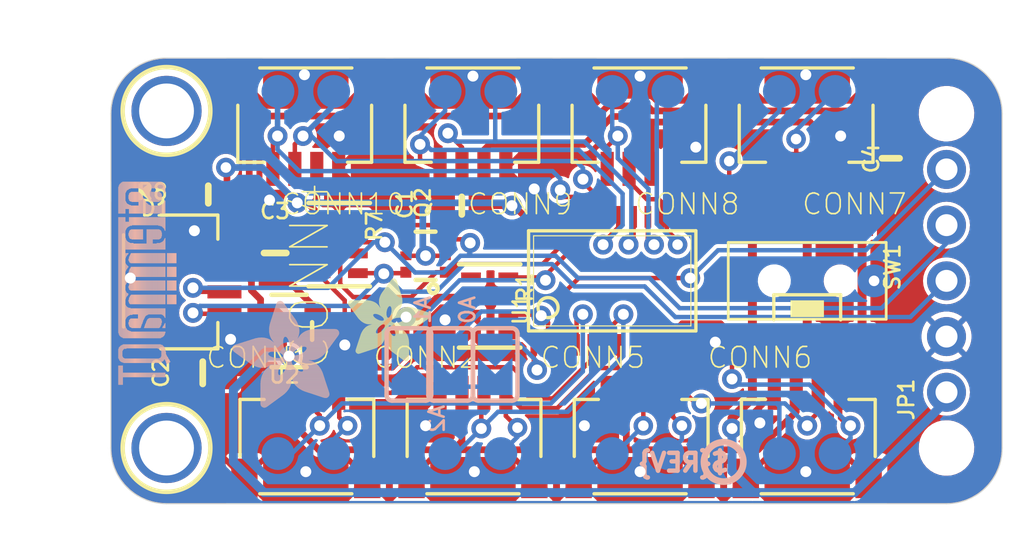
<source format=kicad_pcb>
(kicad_pcb (version 20221018) (generator pcbnew)
  (layers (0 "F.Cu" signal) (31 "B.Cu" signal) (34 "B.Paste" user) (35 "F.Paste" user) (36 "B.SilkS" user "B.Silkscreen") (37 "F.SilkS" user "F.Silkscreen") (38 "B.Mask" user) (39 "F.Mask" user) (44 "Edge.Cuts" user))
  (net 0 "")
  (net 1 "SDA_IO")
  (net 2 "SCL_IO")
  (net 3 "VCC")
  (net 4 "RESET")
  (net 5 "A2")
  (net 6 "A1")
  (net 7 "A0")
  (net 8 "GND")
  (net 9 "0SDA")
  (net 10 "0SCL")
  (net 11 "1SDA")
  (net 12 "1SCL")
  (net 13 "2SDA")
  (net 14 "2SCL")
  (net 15 "3SDA")
  (net 16 "3SCL")
  (net 17 "4SDA")
  (net 18 "4SCL")
  (net 19 "5SDA")
  (net 20 "5SCL")
  (net 21 "6SDA")
  (net 22 "6SCL")
  (net 23 "7SDA")
  (net 24 "7SCL")
  (net 25 "SDA")
  (net 26 "SCL")
  (net 27 "3.3V")
  (net 28 "N$1")
  (net 29 "VCCIO")
  (footprint "working:PLABEL14" (layer "F.Cu") (at 155.1051 109.5756)
    (fp_text reference "PLABEL14" hide)
    (fp_text value "" hide)
  )
  (footprint "" (layer "F.Cu") (at 166.2811 112.6236)
    (fp_text reference "@HOLE1" hide)
    (fp_text value "")
  )
  (footprint "working:PLABEL8" (layer "F.Cu") (at 139.7381 100.4316)
    (fp_text reference "PLABEL8" hide)
    (fp_text value "" hide)
  )
  (footprint "working:0603-NO" (layer "F.Cu") (at 144.1831 101.5746 180)
    (fp_text reference "C1")
    (fp_text value "1uF")
  )
  (footprint "working:PLABEL2" (layer "F.Cu") (at 167.9321 105.2576 90)
    (fp_text reference "PLABEL2" hide)
    (fp_text value "" hide)
  )
  (footprint "working:JST_SH4" (layer "F.Cu") (at 144.6911 97.8916 180)
    (fp_text reference "CONN9")
    (fp_text value "STEMMA_I2C_QT" hide)
  )
  (footprint "working:0603-NO" (layer "F.Cu") (at 132.6261 101.0666 180)
    (fp_text reference "R8")
    (fp_text value "10K")
  )
  (footprint "working:JST_SH4" (layer "F.Cu") (at 152.3111 97.8916 180)
    (fp_text reference "CONN8")
    (fp_text value "STEMMA_I2C_QT" hide)
  )
  (footprint "working:CHIPLED_0603_NOOUTLINE" (layer "F.Cu") (at 129.7051 100.9396 90)
    (fp_text reference "D1")
    (fp_text value "GREEN")
  )
  (footprint "working:PLABEL9" (layer "F.Cu") (at 142.2781 100.4316)
    (fp_text reference "PLABEL9" hide)
    (fp_text value "" hide)
  )
  (footprint "working:PLABEL19" (layer "F.Cu") (at 164.3761 105.0036 90)
    (fp_text reference "PLABEL19" hide)
    (fp_text value "" hide)
  )
  (footprint "working:PLABEL0" (layer "F.Cu") (at 167.9321 110.0836 90)
    (fp_text reference "PLABEL0" hide)
    (fp_text value "" hide)
  )
  (footprint "working:PLABEL10" (layer "F.Cu") (at 154.9781 100.4316)
    (fp_text reference "PLABEL10" hide)
    (fp_text value "" hide)
  )
  (footprint "working:PLABEL18" (layer "F.Cu") (at 155.4861 105.0036 90)
    (fp_text reference "PLABEL18" hide)
    (fp_text value "" hide)
  )
  (footprint "working:0805-NO" (layer "F.Cu") (at 132.3721 109.1946 180)
    (fp_text reference "C2")
    (fp_text value "10uF")
  )
  (footprint "working:JST_SH4" (layer "F.Cu") (at 159.9311 97.8916 180)
    (fp_text reference "CONN7")
    (fp_text value "STEMMA_I2C_QT" hide)
  )
  (footprint "working:PLABEL17" (layer "F.Cu") (at 161.2011 107.9246 90)
    (fp_text reference "PLABEL17" hide)
    (fp_text value "" hide)
  )
  (footprint "working:PLABEL6" (layer "F.Cu") (at 158.6611 102.0826 90)
    (fp_text reference "PLABEL6" hide)
    (fp_text value "" hide)
  )
  (footprint "working:JST_SH4" (layer "F.Cu") (at 131.3561 105.0036 -90)
    (fp_text reference "CONN4")
    (fp_text value "STEMMA_I2C_QT" hide)
  )
  (footprint "working:PLABEL16" (layer "F.Cu") (at 158.6611 107.8611 90)
    (fp_text reference "PLABEL16" hide)
    (fp_text value "" hide)
  )
  (footprint "working:PLABEL12" (layer "F.Cu") (at 139.7381 109.4486)
    (fp_text reference "PLABEL12" hide)
    (fp_text value "" hide)
  )
  (footprint "working:MOUNTINGHOLE_2.5_PLATED" (layer "F.Cu") (at 130.7211 97.2566)
    (fp_text reference "U$19" hide)
    (fp_text value "MOUNTINGHOLE2.5" hide)
  )
  (footprint "working:0603-NO" (layer "F.Cu") (at 163.7411 99.4156 90)
    (fp_text reference "C4")
    (fp_text value "0.1uF")
  )
  (footprint "working:JST_SH4" (layer "F.Cu") (at 152.3111 112.1156)
    (fp_text reference "CONN5")
    (fp_text value "STEMMA_I2C_QT" hide)
  )
  (footprint "working:FIDUCIAL_1MM" (layer "F.Cu") (at 164.3761 114.0206)
    (fp_text reference "FID4" hide)
    (fp_text value "FIDUCIAL_1MM" hide)
  )
  (footprint "working:JST_SH4" (layer "F.Cu") (at 159.9311 112.1156)
    (fp_text reference "CONN6")
    (fp_text value "STEMMA_I2C_QT" hide)
  )
  (footprint "working:PLABEL3" (layer "F.Cu") (at 167.9321 102.4636 90)
    (fp_text reference "PLABEL3" hide)
    (fp_text value "" hide)
  )
  (footprint "working:EG1390" (layer "F.Cu") (at 159.9311 105.0036 180)
    (fp_text reference "SW1")
    (fp_text value "AYZ0202AGRLC")
  )
  (footprint "working:SOT23-5" (layer "F.Cu") (at 136.3091 107.2896 -90)
    (fp_text reference "U2")
    (fp_text value "AP2112K-3.3")
  )
  (footprint "working:TSSOP24" (layer "F.Cu") (at 151.0411 105.0036)
    (fp_text reference "U1")
    (fp_text value "xCA9548APWR")
  )
  (footprint "working:MOUNTINGHOLE_2.5_PLATED" (layer "F.Cu") (at 130.7211 112.6236)
    (fp_text reference "U$22" hide)
    (fp_text value "MOUNTINGHOLE2.5" hide)
  )
  (footprint "working:PLABEL7" (layer "F.Cu") (at 161.2011 102.0826 90)
    (fp_text reference "PLABEL7" hide)
    (fp_text value "" hide)
  )
  (footprint "working:SOT363" (layer "F.Cu") (at 142.5321 103.8606 90)
    (fp_text reference "Q2")
    (fp_text value "BSS138")
  )
  (footprint "working:PLABEL15" (layer "F.Cu") (at 157.5181 109.5756)
    (fp_text reference "PLABEL15" hide)
    (fp_text value "" hide)
  )
  (footprint "working:JST_SH4" (layer "F.Cu") (at 137.0711 97.8916 180)
    (fp_text reference "CONN10")
    (fp_text value "STEMMA_I2C_QT" hide)
  )
  (footprint "working:JST_SH4" (layer "F.Cu") (at 144.6911 112.1156)
    (fp_text reference "CONN2")
    (fp_text value "STEMMA_I2C_QT" hide)
  )
  (footprint "working:PLABEL1" (layer "F.Cu") (at 168.0591 107.5436 90)
    (fp_text reference "PLABEL1" hide)
    (fp_text value "" hide)
  )
  (footprint "" (layer "F.Cu") (at 166.2811 97.3836)
    (fp_text reference "@HOLE0" hide)
    (fp_text value "")
  )
  (footprint "working:RESPACK_4X0603" (layer "F.Cu") (at 145.4531 106.1466 -90)
    (fp_text reference "R1")
    (fp_text value "10K Pack")
  )
  (footprint "working:RESPACK_4X0603" (layer "F.Cu") (at 138.5951 103.3526 -90)
    (fp_text reference "R7")
    (fp_text value "10K Pack")
  )
  (footprint "working:ADAFRUIT_3.5MM" (layer "F.Cu") (at 138.9761 108.6866)
    (fp_text reference "U$28" hide)
    (fp_text value "" hide)
  )
  (footprint "working:FIDUCIAL_1MM" (layer "F.Cu") (at 129.4511 109.5756)
    (fp_text reference "FID2" hide)
    (fp_text value "FIDUCIAL_1MM" hide)
  )
  (footprint "working:0805-NO" (layer "F.Cu") (at 135.6741 103.7336 90)
    (fp_text reference "C3")
    (fp_text value "10uF")
  )
  (footprint "working:PLABEL4" (layer "F.Cu") (at 167.9321 99.4156 90)
    (fp_text reference "PLABEL4" hide)
    (fp_text value "" hide)
  )
  (footprint "working:JST_SH4" (layer "F.Cu") (at 137.0711 112.1156)
    (fp_text reference "CONN1")
    (fp_text value "STEMMA_I2C_QT" hide)
  )
  (footprint "working:PLABEL11" (layer "F.Cu") (at 157.2641 100.4316)
    (fp_text reference "PLABEL11" hide)
    (fp_text value "" hide)
  )
  (footprint "working:PLABEL5" (layer "F.Cu") (at 128.3716 100.1776)
    (fp_text reference "PLABEL5" hide)
    (fp_text value "" hide)
  )
  (footprint "working:PLABEL13" (layer "F.Cu") (at 142.4051 109.4486)
    (fp_text reference "PLABEL13" hide)
    (fp_text value "" hide)
  )
  (footprint "working:1X05_ROUND_70" (layer "F.Cu") (at 166.2811 105.0036 90)
    (fp_text reference "JP1")
    (fp_text value "")
  )
  (footprint "working:TESTPOINT_ROUND_1.5MM_NO" (layer "B.Cu") (at 162.9791 105.0036 180)
    (fp_text reference "TP17" hide)
    (fp_text value "" hide)
  )
  (footprint "working:TESTPOINT_ROUND_1.5MM_NO" (layer "B.Cu") (at 161.2011 96.3676 180)
    (fp_text reference "TP7" hide)
    (fp_text value "" hide)
  )
  (footprint "working:PLABEL23" (layer "B.Cu") (at 156.1211 109.0676 180)
    (fp_text reference "PLABEL23" hide)
    (fp_text value "" hide)
  )
  (footprint "working:ADAFRUIT_5MM" (layer "B.Cu") (at 138.5951 110.7821 180)
    (fp_text reference "U$5" hide)
    (fp_text value "" hide)
  )
  (footprint "working:TESTPOINT_ROUND_1.5MM_NO" (layer "B.Cu") (at 153.5811 112.8776 90)
    (fp_text reference "TP11" hide)
    (fp_text value "" hide)
  )
  (footprint "working:PLABEL24" (layer "B.Cu") (at 148.4376 100.8126 180)
    (fp_text reference "PLABEL24" hide)
    (fp_text value "" hide)
  )
  (footprint "working:TESTPOINT_ROUND_1.5MM_NO" (layer "B.Cu") (at 143.4211 96.3676 180)
    (fp_text reference "TP3" hide)
    (fp_text value "" hide)
  )
  (footprint "working:TESTPOINT_ROUND_1.5MM_NO" (layer "B.Cu") (at 143.4211 112.8776 90)
    (fp_text reference "TP14" hide)
    (fp_text value "" hide)
  )
  (footprint "working:PLABEL21" (layer "B.Cu") (at 144.5006 106.9721 180)
    (fp_text reference "PLABEL21" hide)
    (fp_text value "" hide)
  )
  (footprint "working:TESTPOINT_ROUND_1.5MM_NO" (layer "B.Cu") (at 138.3411 96.3676 180)
    (fp_text reference "TP2" hide)
    (fp_text value "" hide)
  )
  (footprint "working:SOLDERJUMPER_ARROW_NOPASTE" (layer "B.Cu") (at 143.6751 108.8136 -90)
    (fp_text reference "A1")
    (fp_text value "")
  )
  (footprint "working:SOLDERJUMPER_ARROW_NOPASTE" (layer "B.Cu") (at 145.7071 108.8136 -90)
    (fp_text reference "A0")
    (fp_text value "")
  )
  (footprint "working:TESTPOINT_ROUND_1.5MM_NO" (layer "B.Cu") (at 138.3411 112.8776 90)
    (fp_text reference "TP15" hide)
    (fp_text value "" hide)
  )
  (footprint "working:TESTPOINT_ROUND_1.5MM_NO" (layer "B.Cu") (at 151.0411 112.8776 90)
    (fp_text reference "TP12" hide)
    (fp_text value "" hide)
  )
  (footprint "working:PCBFEAT-REV-040" (layer "B.Cu") (at 156.1211 113.2586 180)
    (fp_text reference "U$29" hide)
    (fp_text value "" hide)
  )
  (footprint "working:STEMMAQT" (layer "B.Cu") (at 131.1656 100.4951 -90)
    (fp_text reference "U$31" hide)
    (fp_text value "" hide)
  )
  (footprint "working:PLABEL20" (layer "B.Cu") (at 146.6596 106.9721 180)
    (fp_text reference "PLABEL20" hide)
    (fp_text value "" hide)
  )
  (footprint "working:TESTPOINT_ROUND_1.5MM_NO" (layer "B.Cu") (at 161.2011 112.8776 90)
    (fp_text reference "TP9" hide)
    (fp_text value "" hide)
  )
  (footprint "working:TESTPOINT_ROUND_1.5MM_NO" (layer "B.Cu") (at 145.9611 112.8776 90)
    (fp_text reference "TP13" hide)
    (fp_text value "" hide)
  )
  (footprint "working:PLABEL22" (layer "B.Cu") (at 142.6591 106.9721 180)
    (fp_text reference "PLABEL22" hide)
    (fp_text value "" hide)
  )
  (footprint "working:TESTPOINT_ROUND_1.5MM_NO" (layer "B.Cu") (at 145.9611 96.3676 180)
    (fp_text reference "TP4" hide)
    (fp_text value "" hide)
  )
  (footprint "working:SOLDERJUMPER_ARROW_NOPASTE" (layer "B.Cu") (at 141.7701 108.8136 90)
    (fp_text reference "A2")
    (fp_text value "")
  )
  (footprint "working:TESTPOINT_ROUND_1.5MM_NO" (layer "B.Cu") (at 151.0411 96.3676 180)
    (fp_text reference "TP5" hide)
    (fp_text value "" hide)
  )
  (footprint "working:TESTPOINT_ROUND_1.5MM_NO" (layer "B.Cu") (at 135.8011 112.8776 90)
    (fp_text reference "TP16" hide)
    (fp_text value "" hide)
  )
  (footprint "working:TESTPOINT_ROUND_1.5MM_NO" (layer "B.Cu") (at 158.6611 96.3676 180)
    (fp_text reference "TP8" hide)
    (fp_text value "" hide)
  )
  (footprint "working:TESTPOINT_ROUND_1.5MM_NO" (layer "B.Cu") (at 158.6611 112.8776 90)
    (fp_text reference "TP10" hide)
    (fp_text value "" hide)
  )
  (footprint "working:TESTPOINT_ROUND_1.5MM_NO" (layer "B.Cu") (at 153.5811 96.3676 180)
    (fp_text reference "TP6" hide)
    (fp_text value "" hide)
  )
  (footprint "working:TESTPOINT_ROUND_1.5MM_NO" (layer "B.Cu") (at 135.8011 96.3676 180)
    (fp_text reference "TP1" hide)
    (fp_text value "" hide)
  )
  (gr_line (start 128.1811 97.3836) (end 128.1811 112.6236) (stroke (width 0.05)) (layer "Edge.Cuts"))
  (gr_arc (start 128.1811 97.3836) (mid 128.925049 95.587549) (end 130.7211 94.8436) (stroke (width 0.05)) (layer "Edge.Cuts"))
  (gr_line (start 168.8211 112.6236) (end 168.8211 97.3836) (stroke (width 0.05)) (layer "Edge.Cuts"))
  (gr_line (start 166.2811 94.8436) (end 130.7211 94.8436) (stroke (width 0.05)) (layer "Edge.Cuts"))
  (gr_arc (start 130.7211 115.1636) (mid 128.925049 114.419651) (end 128.1811 112.6236) (stroke (width 0.05)) (layer "Edge.Cuts"))
  (gr_arc (start 168.8211 112.6236) (mid 168.077151 114.419651) (end 166.2811 115.1636) (stroke (width 0.05)) (layer "Edge.Cuts"))
  (gr_line (start 130.7211 115.1636) (end 166.2811 115.1636) (stroke (width 0.05)) (layer "Edge.Cuts"))
  (gr_arc (start 166.2811 94.8436) (mid 168.077151 95.587549) (end 168.8211 97.3836) (stroke (width 0.05)) (layer "Edge.Cuts"))
  (segment (start 148.1161 102.948994) (end 148.1161 102.0858) (width 0.2032) (layer "F.Cu") (net 1))
  (segment (start 141.5171 102.4636) (end 146.618706 102.4636) (width 0.2032) (layer "F.Cu") (net 1))
  (segment (start 141.1051 102.0526) (end 141.5166 102.4641) (width 0.2032) (layer "F.Cu") (net 1))
  (segment (start 139.4451 102.0526) (end 141.1051 102.0526) (width 0.2032) (layer "F.Cu") (net 1))
  (segment (start 147.1041 102.948994) (end 148.1161 102.948994) (width 0.2032) (layer "F.Cu") (net 1))
  (segment (start 141.6321 103.1106) (end 141.8976 102.8451) (width 0.2032) (layer "F.Cu") (net 1))
  (segment (start 141.5166 102.4641) (end 141.8976 102.8451) (width 0.2032) (layer "F.Cu") (net 1))
  (segment (start 141.5166 102.4641) (end 141.5171 102.4636) (width 0.2032) (layer "F.Cu") (net 1))
  (segment (start 146.618706 102.4636) (end 147.1041 102.948994) (width 0.2032) (layer "F.Cu") (net 1))
  (segment (start 147.8661 104.2416) (end 148.7661 103.3416) (width 0.2032) (layer "F.Cu") (net 2))
  (segment (start 143.4321 104.6106) (end 143.015993 104.6106) (width 0.2032) (layer "F.Cu") (net 2))
  (segment (start 143.4321 104.6106) (end 143.634993 104.6106) (width 0.2032) (layer "F.Cu") (net 2))
  (segment (start 139.228806 105.7412) (end 141.885393 105.7412) (width 0.2032) (layer "F.Cu") (net 2))
  (segment (start 144.003993 104.2416) (end 147.8661 104.2416) (width 0.2032) (layer "F.Cu") (net 2))
  (segment (start 138.6395 104.026307) (end 138.6395 105.151894) (width 0.2032) (layer "F.Cu") (net 2))
  (segment (start 138.6395 105.151894) (end 139.228806 105.7412) (width 0.2032) (layer "F.Cu") (net 2))
  (segment (start 143.015993 104.6106) (end 141.885393 105.7412) (width 0.2032) (layer "F.Cu") (net 2))
  (segment (start 144.003993 104.2416) (end 143.634993 104.6106) (width 0.2032) (layer "F.Cu") (net 2))
  (segment (start 139.4451 103.7526) (end 138.913206 103.7526) (width 0.2032) (layer "F.Cu") (net 2))
  (segment (start 148.7661 103.3416) (end 148.7661 102.0858) (width 0.2032) (layer "F.Cu") (net 2))
  (segment (start 138.913206 103.7526) (end 138.6395 104.026307) (width 0.2032) (layer "F.Cu") (net 2))
  (segment (start 136.0551 106.6546) (end 135.7401 106.3396) (width 0.3048) (layer "F.Cu") (net 3))
  (segment (start 157.4311 110.3436) (end 156.5021 111.2726) (width 0.4064) (layer "F.Cu") (net 3))
  (segment (start 135.009 108.2396) (end 134.054 109.1946) (width 0.3048) (layer "F.Cu") (net 3))
  (segment (start 137.7451 104.6526) (end 137.7451 104.796313) (width 0.2032) (layer "F.Cu") (net 3))
  (segment (start 135.9281 108.0516) (end 136.0551 107.9246) (width 0.3048) (layer "F.Cu") (net 3))
  (segment (start 133.3621 104.5036) (end 134.0939 104.5036) (width 0.3048) (layer "F.Cu") (net 3))
  (segment (start 136.8171 104.6526) (end 136.8171 103.3526) (width 0.2032) (layer "F.Cu") (net 3))
  (segment (start 136.3091 108.4326) (end 135.9281 108.0516) (width 0.4064) (layer "F.Cu") (net 3))
  (segment (start 135.009 105.855475) (end 135.009 106.3396) (width 0.3048) (layer "F.Cu") (net 3))
  (segment (start 138.4681 106.9086) (end 136.0551 106.9086) (width 0.2032) (layer "F.Cu") (net 3))
  (segment (start 156.5021 111.2726) (end 156.5021 111.7346) (width 0.4064) (layer "F.Cu") (net 3))
  (segment (start 134.5939 105.0036) (end 134.5939 105.440375) (width 0.3048) (layer "F.Cu") (net 3))
  (segment (start 157.4311 107.8036) (end 157.4311 110.3436) (width 0.4064) (layer "F.Cu") (net 3))
  (segment (start 137.7451 104.796313) (end 138.845243 105.896457) (width 0.2032) (layer "F.Cu") (net 3))
  (segment (start 134.054 109.1946) (end 133.3221 109.1946) (width 0.3048) (layer "F.Cu") (net 3))
  (segment (start 137.2171 102.9526) (end 137.7451 102.9526) (width 0.2032) (layer "F.Cu") (net 3))
  (segment (start 136.0551 106.9086) (end 136.0551 106.6546) (width 0.3048) (layer "F.Cu") (net 3))
  (segment (start 135.7401 108.2396) (end 135.9281 108.0516) (width 0.3048) (layer "F.Cu") (net 3))
  (segment (start 138.845243 105.896457) (end 138.845243 106.531457) (width 0.2032) (layer "F.Cu") (net 3))
  (segment (start 134.5939 105.440375) (end 135.009 105.855475) (width 0.3048) (layer "F.Cu") (net 3))
  (segment (start 157.4311 102.2036) (end 157.4311 107.8036) (width 0.4064) (layer "F.Cu") (net 3))
  (segment (start 138.845243 106.531457) (end 138.4681 106.9086) (width 0.2032) (layer "F.Cu") (net 3))
  (segment (start 137.7451 104.6526) (end 136.8171 104.6526) (width 0.2032) (layer "F.Cu") (net 3))
  (segment (start 135.009 108.2396) (end 135.7401 108.2396) (width 0.3048) (layer "F.Cu") (net 3))
  (segment (start 135.7401 106.3396) (end 135.009 106.3396) (width 0.3048) (layer "F.Cu") (net 3))
  (segment (start 134.0939 104.5036) (end 134.5939 105.0036) (width 0.3048) (layer "F.Cu") (net 3))
  (segment (start 136.8171 103.3526) (end 137.2171 102.9526) (width 0.2032) (layer "F.Cu") (net 3))
  (segment (start 136.0551 107.9246) (end 136.0551 106.9086) (width 0.3048) (layer "F.Cu") (net 3))
  (via (at 136.3091 108.4326) (size 0.9064) (drill 0.5) (layers "F.Cu" "B.Cu") (net 3))
  (via (at 156.5021 111.7346) (size 0.9064) (drill 0.5) (layers "F.Cu" "B.Cu") (net 3))
  (segment (start 135.1661 114.6556) (end 157.472743 114.6556) (width 0.4064) (layer "B.Cu") (net 3))
  (segment (start 162.0901 114.6556) (end 157.472743 114.6556) (width 0.4064) (layer "B.Cu") (net 3))
  (segment (start 166.2811 110.0836) (end 166.2811 110.4646) (width 0.4064) (layer "B.Cu") (net 3))
  (segment (start 135.2931 108.4326) (end 136.3091 108.4326) (width 0.4064) (layer "B.Cu") (net 3))
  (segment (start 135.2931 108.4326) (end 133.7691 109.9566) (width 0.4064) (layer "B.Cu") (net 3))
  (segment (start 156.5021 111.7346) (end 156.5021 113.684957) (width 0.4064) (layer "B.Cu") (net 3))
  (segment (start 166.2811 110.4646) (end 162.0901 114.6556) (width 0.4064) (layer "B.Cu") (net 3))
  (segment (start 133.7691 109.9566) (end 133.7691 113.2586) (width 0.4064) (layer "B.Cu") (net 3))
  (segment (start 135.1661 114.6556) (end 133.7691 113.2586) (width 0.4064) (layer "B.Cu") (net 3))
  (segment (start 156.5021 113.684957) (end 157.472743 114.6556) (width 0.4064) (layer "B.Cu") (net 3))
  (segment (start 148.3741 106.0196) (end 149.5171 104.8766) (width 0.2032) (layer "F.Cu") (net 4))
  (segment (start 146.3031 105.7466) (end 148.1011 105.7466) (width 0.2032) (layer "F.Cu") (net 4))
  (segment (start 148.3741 106.0196) (end 148.7661 106.4116) (width 0.2032) (layer "F.Cu") (net 4))
  (segment (start 148.7661 106.4116) (end 148.7661 107.9214) (width 0.2032) (layer "F.Cu") (net 4))
  (segment (start 149.5171 104.8766) (end 154.5971 104.8766) (width 0.2032) (layer "F.Cu") (net 4))
  (segment (start 148.1011 105.7466) (end 148.3741 106.0196) (width 0.2032) (layer "F.Cu") (net 4))
  (via (at 154.5971 104.8766) (size 0.9064) (drill 0.5) (layers "F.Cu" "B.Cu") (net 4))
  (segment (start 154.5971 104.8766) (end 155.8671 103.6066) (width 0.2032) (layer "B.Cu") (net 4))
  (segment (start 155.8671 103.6066) (end 162.5981 103.6066) (width 0.2032) (layer "B.Cu") (net 4))
  (segment (start 162.5981 103.6066) (end 166.2811 99.9236) (width 0.2032) (layer "B.Cu") (net 4))
  (segment (start 147.87129 104.8466) (end 147.99889 104.9742) (width 0.2032) (layer "F.Cu") (net 5))
  (segment (start 147.87129 104.8466) (end 147.907681 104.8466) (width 0.2032) (layer "F.Cu") (net 5))
  (segment (start 146.3031 104.8466) (end 147.87129 104.8466) (width 0.2032) (layer "F.Cu") (net 5))
  (segment (start 149.4161 103.338182) (end 149.4161 102.0858) (width 0.2032) (layer "F.Cu") (net 5))
  (segment (start 147.907681 104.8466) (end 149.4161 103.338182) (width 0.2032) (layer "F.Cu") (net 5))
  (via (at 147.99889 104.9742) (size 0.9064) (drill 0.5) (layers "F.Cu" "B.Cu") (net 5))
  (segment (start 142.5321 106.5276) (end 142.5321 107.0356) (width 0.2032) (layer "B.Cu") (net 5))
  (segment (start 147.99889 104.9742) (end 144.0855 104.9742) (width 0.2032) (layer "B.Cu") (net 5))
  (segment (start 142.5321 107.0356) (end 141.7701 107.7976) (width 0.2032) (layer "B.Cu") (net 5))
  (segment (start 144.0855 104.9742) (end 142.5321 106.5276) (width 0.2032) (layer "B.Cu") (net 5))
  (segment (start 146.3031 106.5466) (end 147.7581 106.5466) (width 0.2032) (layer "F.Cu") (net 6))
  (segment (start 147.7581 106.5466) (end 147.8026 106.5911) (width 0.2032) (layer "F.Cu") (net 6))
  (segment (start 148.1161 106.9046) (end 147.8026 106.5911) (width 0.2032) (layer "F.Cu") (net 6))
  (segment (start 148.1161 107.9214) (end 148.1161 106.9046) (width 0.2032) (layer "F.Cu") (net 6))
  (via (at 147.8026 106.5911) (size 0.9064) (drill 0.5) (layers "F.Cu" "B.Cu") (net 6))
  (segment (start 147.8026 106.5911) (end 147.6121 106.4006) (width 0.2032) (layer "B.Cu") (net 6))
  (segment (start 147.6121 106.4006) (end 145.0721 106.4006) (width 0.2032) (layer "B.Cu") (net 6))
  (segment (start 145.0721 106.4006) (end 143.6751 107.7976) (width 0.2032) (layer "B.Cu") (net 6))
  (segment (start 146.3031 107.4466) (end 146.9913 107.4466) (width 0.2032) (layer "F.Cu") (net 7))
  (segment (start 146.9913 107.4466) (end 147.4661 107.9214) (width 0.2032) (layer "F.Cu") (net 7))
  (segment (start 147.4661 107.9214) (end 147.4661 108.9216) (width 0.2032) (layer "F.Cu") (net 7))
  (segment (start 147.4661 108.9216) (end 147.6121 109.0676) (width 0.2032) (layer "F.Cu") (net 7))
  (via (at 147.6121 109.0676) (size 0.9064) (drill 0.5) (layers "F.Cu" "B.Cu") (net 7))
  (segment (start 147.6121 108.6866) (end 146.7231 107.7976) (width 0.2032) (layer "B.Cu") (net 7))
  (segment (start 146.7231 107.7976) (end 145.7071 107.7976) (width 0.2032) (layer "B.Cu") (net 7))
  (segment (start 147.6121 109.0676) (end 147.6121 108.6866) (width 0.2032) (layer "B.Cu") (net 7))
  (segment (start 128.9551 100.9396) (end 128.9551 101.9436) (width 0.3048) (layer "F.Cu") (net 8))
  (segment (start 135.6741 101.5746) (end 135.6741 102.7836) (width 0.4064) (layer "F.Cu") (net 8))
  (segment (start 135.6741 101.5746) (end 135.4201 101.3206) (width 0.4064) (layer "F.Cu") (net 8))
  (segment (start 128.9431 101.9556) (end 129.4621 102.4746) (width 0.3048) (layer "F.Cu") (net 8))
  (segment (start 129.4621 102.4746) (end 129.4621 102.2036) (width 0.3048) (layer "F.Cu") (net 8))
  (segment (start 128.9551 101.9436) (end 128.9431 101.9556) (width 0.3048) (layer "F.Cu") (net 8))
  (via (at 144.6911 95.6691) (size 0.9064) (drill 0.5) (layers "F.Cu" "B.Cu") (net 8))
  (via (at 155.7401 107.7976) (size 0.9064) (drill 0.5) (layers "F.Cu" "B.Cu") (net 8))
  (via (at 138.5951 98.3996) (size 0.9064) (drill 0.5) (layers "F.Cu" "B.Cu") (net 8))
  (via (at 149.7711 111.6076) (size 0.9064) (drill 0.5) (layers "F.Cu" "B.Cu") (net 8))
  (via (at 159.8676 95.6056) (size 0.9064) (drill 0.5) (layers "F.Cu" "B.Cu") (net 8))
  (via (at 137.0711 113.7031) (size 0.9064) (drill 0.5) (layers "F.Cu" "B.Cu") (net 8))
  (via (at 138.8491 107.9246) (size 0.9064) (drill 0.5) (layers "F.Cu" "B.Cu") (net 8))
  (via (at 143.4211 106.7816) (size 0.9064) (drill 0.5) (layers "F.Cu" "B.Cu") (net 8))
  (via (at 133.6421 107.6706) (size 0.9064) (drill 0.5) (layers "F.Cu" "B.Cu") (net 8))
  (via (at 157.7721 111.4806) (size 0.9064) (drill 0.5) (layers "F.Cu" "B.Cu") (net 8))
  (via (at 152.3111 95.6691) (size 0.9064) (drill 0.5) (layers "F.Cu" "B.Cu") (net 8))
  (via (at 137.0076 95.6056) (size 0.9064) (drill 0.5) (layers "F.Cu" "B.Cu") (net 8))
  (via (at 154.8511 98.9076) (size 0.9064) (drill 0.5) (layers "F.Cu" "B.Cu") (net 8))
  (via (at 147.4851 100.8126) (size 0.9064) (drill 0.5) (layers "F.Cu" "B.Cu") (net 8))
  (via (at 135.4201 101.3206) (size 0.9064) (drill 0.5) (layers "F.Cu" "B.Cu") (net 8))
  (via (at 142.5321 111.6076) (size 0.9064) (drill 0.5) (layers "F.Cu" "B.Cu") (net 8))
  (via (at 159.8676 113.7031) (size 0.9064) (drill 0.5) (layers "F.Cu" "B.Cu") (net 8))
  (via (at 129.0701 104.8766) (size 0.9064) (drill 0.5) (layers "F.Cu" "B.Cu") (net 8))
  (via (at 161.4551 98.3996) (size 0.9064) (drill 0.5) (layers "F.Cu" "B.Cu") (net 8))
  (via (at 152.3111 113.7031) (size 0.9064) (drill 0.5) (layers "F.Cu" "B.Cu") (net 8))
  (via (at 144.7546 113.7031) (size 0.9064) (drill 0.5) (layers "F.Cu" "B.Cu") (net 8))
  (via (at 131.9911 102.7176) (size 0.9064) (drill 0.5) (layers "F.Cu" "B.Cu") (net 8))
  (segment (start 137.5711 110.1096) (end 137.5711 110.9986) (width 0.2032) (layer "F.Cu") (net 9))
  (segment (start 137.7061 111.1336) (end 137.5711 110.9986) (width 0.2032) (layer "F.Cu") (net 9))
  (segment (start 149.4161 106.8134) (end 149.7019 106.5276) (width 0.2032) (layer "F.Cu") (net 9))
  (segment (start 137.7061 111.6076) (end 137.7061 111.1336) (width 0.2032) (layer "F.Cu") (net 9))
  (segment (start 149.4161 107.9214) (end 149.4161 106.8134) (width 0.2032) (layer "F.Cu") (net 9))
  (via (at 137.7061 111.6076) (size 0.9064) (drill 0.5) (layers "F.Cu" "B.Cu") (net 9))
  (via (at 149.7019 106.5276) (size 0.9064) (drill 0.5) (layers "F.Cu" "B.Cu") (net 9))
  (segment (start 138.7221 110.5916) (end 137.7061 111.6076) (width 0.2032) (layer "B.Cu") (net 9))
  (segment (start 136.4361 112.8776) (end 135.8011 112.8776) (width 0.2032) (layer "B.Cu") (net 9))
  (segment (start 137.7061 111.6076) (end 136.4361 112.8776) (width 0.2032) (layer "B.Cu") (net 9))
  (segment (start 149.7019 106.5276) (end 149.7019 109.1368) (width 0.2032) (layer "B.Cu") (net 9))
  (segment (start 148.2471 110.5916) (end 138.7221 110.5916) (width 0.2032) (layer "B.Cu") (net 9))
  (segment (start 149.7019 109.1368) (end 148.2471 110.5916) (width 0.2032) (layer "B.Cu") (net 9))
  (segment (start 148.332625 110.3636) (end 150.0661 108.630125) (width 0.2032) (layer "F.Cu") (net 10))
  (segment (start 138.9761 111.6076) (end 138.5951 111.2266) (width 0.2032) (layer "F.Cu") (net 10))
  (segment (start 138.5951 111.2266) (end 138.5951 110.1096) (width 0.2032) (layer "F.Cu") (net 10))
  (segment (start 146.7705 109.218869) (end 146.7705 109.8296) (width 0.2032) (layer "F.Cu") (net 10))
  (segment (start 138.5951 110.1096) (end 140.9841 110.1096) (width 0.2032) (layer "F.Cu") (net 10))
  (segment (start 150.0661 108.630125) (end 150.0661 107.9214) (width 0.2032) (layer "F.Cu") (net 10))
  (segment (start 146.7705 109.8296) (end 147.3045 110.3636) (width 0.2032) (layer "F.Cu") (net 10))
  (segment (start 138.5711 110.1096) (end 138.5951 110.1096) (width 0.2032) (layer "F.Cu") (net 10))
  (segment (start 146.492231 108.9406) (end 146.7705 109.218869) (width 0.2032) (layer "F.Cu") (net 10))
  (segment (start 147.3045 110.3636) (end 148.332625 110.3636) (width 0.2032) (layer "F.Cu") (net 10))
  (segment (start 142.1531 108.9406) (end 146.492231 108.9406) (width 0.2032) (layer "F.Cu") (net 10))
  (segment (start 142.1531 108.9406) (end 140.9841 110.1096) (width 0.2032) (layer "F.Cu") (net 10))
  (via (at 138.9761 111.6076) (size 0.889) (drill 0.4826) (layers "F.Cu" "B.Cu") (net 10))
  (segment (start 138.3411 112.2426) (end 138.9761 111.6076) (width 0.2032) (layer "B.Cu") (net 10))
  (segment (start 138.3411 112.8776) (end 138.3411 112.2426) (width 0.2032) (layer "B.Cu") (net 10))
  (segment (start 145.0721 109.7206) (end 145.0721 111.7346) (width 0.2032) (layer "F.Cu") (net 11))
  (segment (start 150.7161 107.3606) (end 151.5491 106.5276) (width 0.2032) (layer "F.Cu") (net 11))
  (segment (start 145.1911 110.1096) (end 145.0721 109.7206) (width 0.2032) (layer "F.Cu") (net 11))
  (segment (start 150.7161 107.9214) (end 150.7161 107.3606) (width 0.2032) (layer "F.Cu") (net 11))
  (via (at 145.0721 111.7346) (size 0.9064) (drill 0.5) (layers "F.Cu" "B.Cu") (net 11))
  (via (at 151.5491 106.5276) (size 0.9064) (drill 0.5) (layers "F.Cu" "B.Cu") (net 11))
  (segment (start 151.5491 106.5276) (end 151.5491 108.4326) (width 0.2032) (layer "B.Cu") (net 11))
  (segment (start 145.8341 110.9726) (end 145.0721 111.7346) (width 0.2032) (layer "B.Cu") (net 11))
  (segment (start 151.5491 108.4326) (end 149.0091 110.9726) (width 0.2032) (layer "B.Cu") (net 11))
  (segment (start 143.9291 112.8776) (end 143.4211 112.8776) (width 0.2032) (layer "B.Cu") (net 11))
  (segment (start 145.0721 111.7346) (end 143.9291 112.8776) (width 0.2032) (layer "B.Cu") (net 11))
  (segment (start 149.0091 110.9726) (end 145.8341 110.9726) (width 0.2032) (layer "B.Cu") (net 11))
  (segment (start 151.3661 107.9214) (end 151.3661 108.979) (width 0.2032) (layer "F.Cu") (net 12))
  (segment (start 146.1911 111.1645) (end 146.1911 110.1096) (width 0.2032) (layer "F.Cu") (net 12))
  (segment (start 150.363806 108.979) (end 148.536181 110.806625) (width 0.2032) (layer "F.Cu") (net 12))
  (segment (start 151.3661 108.979) (end 150.363806 108.979) (width 0.2032) (layer "F.Cu") (net 12))
  (segment (start 146.7231 111.6965) (end 146.1911 111.1645) (width 0.2032) (layer "F.Cu") (net 12))
  (segment (start 146.888125 110.806625) (end 146.1911 110.1096) (width 0.2032) (layer "F.Cu") (net 12))
  (segment (start 148.536181 110.806625) (end 146.888125 110.806625) (width 0.2032) (layer "F.Cu") (net 12))
  (via (at 146.7231 111.6965) (size 0.889) (drill 0.4826) (layers "F.Cu" "B.Cu") (net 12))
  (segment (start 145.9611 112.8776) (end 146.7231 112.1156) (width 0.2032) (layer "B.Cu") (net 12))
  (segment (start 146.7231 112.1156) (end 146.7231 111.6965) (width 0.2032) (layer "B.Cu") (net 12))
  (segment (start 152.8111 109.3136) (end 152.8111 110.1096) (width 0.2032) (layer "F.Cu") (net 13))
  (segment (start 152.0161 107.9214) (end 152.0161 108.5186) (width 0.2032) (layer "F.Cu") (net 13))
  (segment (start 152.0161 108.5186) (end 152.8111 109.3136) (width 0.2032) (layer "F.Cu") (net 13))
  (segment (start 152.4588 109.9539) (end 152.4588 111.6076) (width 0.2032) (layer "F.Cu") (net 13))
  (segment (start 152.8111 110.1096) (end 152.4588 109.9539) (width 0.2032) (layer "F.Cu") (net 13))
  (via (at 152.4588 111.6076) (size 0.889) (drill 0.4826) (layers "F.Cu" "B.Cu") (net 13))
  (segment (start 151.1888 112.8776) (end 151.0411 112.8776) (width 0.2032) (layer "B.Cu") (net 13))
  (segment (start 152.4588 111.6076) (end 151.1888 112.8776) (width 0.2032) (layer "B.Cu") (net 13))
  (segment (start 152.6661 107.9214) (end 152.6661 108.386707) (width 0.2032) (layer "F.Cu") (net 14))
  (segment (start 153.8111 109.531707) (end 153.8111 110.1096) (width 0.2032) (layer "F.Cu") (net 14))
  (segment (start 153.8111 111.2026) (end 154.2161 111.6076) (width 0.2032) (layer "F.Cu") (net 14))
  (segment (start 152.6661 108.386707) (end 153.8111 109.531707) (width 0.2032) (layer "F.Cu") (net 14))
  (segment (start 153.8111 110.1096) (end 153.8111 111.2026) (width 0.2032) (layer "F.Cu") (net 14))
  (via (at 154.2161 111.6076) (size 0.889) (drill 0.4826) (layers "F.Cu" "B.Cu") (net 14))
  (segment (start 154.2161 112.2426) (end 153.5811 112.8776) (width 0.2032) (layer "B.Cu") (net 14))
  (segment (start 154.2161 111.6076) (end 154.2161 112.2426) (width 0.2032) (layer "B.Cu") (net 14))
  (segment (start 154.226831 109.0552) (end 154.4701 109.298469) (width 0.2032) (layer "F.Cu") (net 15))
  (segment (start 160.4311 110.1096) (end 160.4311 110.9986) (width 0.2032) (layer "F.Cu") (net 15))
  (segment (start 154.4701 109.298469) (end 154.4701 110.2106) (width 0.2032) (layer "F.Cu") (net 15))
  (segment (start 159.9311 111.4986) (end 159.9311 111.6076) (width 0.2032) (layer "F.Cu") (net 15))
  (segment (start 153.3161 108.390125) (end 153.981175 109.0552) (width 0.2032) (layer "F.Cu") (net 15))
  (segment (start 153.3161 107.9214) (end 153.3161 108.390125) (width 0.2032) (layer "F.Cu") (net 15))
  (segment (start 153.981175 109.0552) (end 154.226831 109.0552) (width 0.2032) (layer "F.Cu") (net 15))
  (segment (start 160.4311 110.9986) (end 159.9311 111.4986) (width 0.2032) (layer "F.Cu") (net 15))
  (segment (start 154.8511 110.5916) (end 154.4701 110.2106) (width 0.2032) (layer "F.Cu") (net 15))
  (segment (start 154.8511 110.5916) (end 155.1051 110.5916) (width 0.2032) (layer "F.Cu") (net 15))
  (via (at 159.9311 111.6076) (size 0.9064) (drill 0.5) (layers "F.Cu" "B.Cu") (net 15))
  (via (at 155.1051 110.5916) (size 0.9064) (drill 0.5) (layers "F.Cu" "B.Cu") (net 15))
  (segment (start 158.5341 110.5916) (end 155.1051 110.5916) (width 0.2032) (layer "B.Cu") (net 15))
  (segment (start 158.5341 110.5916) (end 158.6611 110.7186) (width 0.2032) (layer "B.Cu") (net 15))
  (segment (start 158.9151 110.5916) (end 159.9311 111.6076) (width 0.2032) (layer "B.Cu") (net 15))
  (segment (start 158.6611 110.7186) (end 158.6611 112.8776) (width 0.2032) (layer "B.Cu") (net 15))
  (segment (start 158.9151 110.5916) (end 158.5341 110.5916) (width 0.2032) (layer "B.Cu") (net 15))
  (segment (start 156.5021 107.4166) (end 156.5021 109.478) (width 0.2032) (layer "F.Cu") (net 16))
  (segment (start 155.9941 106.9086) (end 156.5021 107.4166) (width 0.2032) (layer "F.Cu") (net 16))
  (segment (start 161.9043 111.6076) (end 161.7861 111.6076) (width 0.2032) (layer "F.Cu") (net 16))
  (segment (start 153.9661 107.1586) (end 154.2161 106.9086) (width 0.2032) (layer "F.Cu") (net 16))
  (segment (start 161.7861 111.6076) (end 161.4311 111.2526) (width 0.2032) (layer "F.Cu") (net 16))
  (segment (start 153.9661 107.9214) (end 153.9661 107.1586) (width 0.2032) (layer "F.Cu") (net 16))
  (segment (start 154.2161 106.9086) (end 155.9941 106.9086) (width 0.2032) (layer "F.Cu") (net 16))
  (segment (start 161.4311 111.2526) (end 161.4311 110.1096) (width 0.2032) (layer "F.Cu") (net 16))
  (via (at 161.9043 111.6076) (size 0.9064) (drill 0.5) (layers "F.Cu" "B.Cu") (net 16))
  (via (at 156.5021 109.478) (size 0.9064) (drill 0.5) (layers "F.Cu" "B.Cu") (net 16))
  (segment (start 161.9043 111.6076) (end 161.9043 112.1744) (width 0.2032) (layer "B.Cu") (net 16))
  (segment (start 160.0287 109.732) (end 156.7561 109.732) (width 0.2032) (layer "B.Cu") (net 16))
  (segment (start 161.9043 112.1744) (end 161.2011 112.8776) (width 0.2032) (layer "B.Cu") (net 16))
  (segment (start 160.0287 109.732) (end 161.9043 111.6076) (width 0.2032) (layer "B.Cu") (net 16))
  (segment (start 156.5021 109.478) (end 156.7561 109.732) (width 0.2032) (layer "B.Cu") (net 16))
  (segment (start 159.4311 98.5473) (end 159.4231 98.5393) (width 0.2032) (layer "F.Cu") (net 17))
  (segment (start 159.4311 100.5506) (end 159.4311 99.8976) (width 0.2032) (layer "F.Cu") (net 17))
  (segment (start 155.1273 101.0666) (end 154.6161 101.5778) (width 0.2032) (layer "F.Cu") (net 17))
  (segment (start 159.4311 99.8976) (end 159.4311 98.5473) (width 0.2032) (layer "F.Cu") (net 17))
  (segment (start 155.1273 101.0666) (end 158.9151 101.0666) (width 0.2032) (layer "F.Cu") (net 17))
  (segment (start 154.6161 102.0858) (end 154.6161 101.5778) (width 0.2032) (layer "F.Cu") (net 17))
  (segment (start 158.9151 101.0666) (end 159.4311 100.5506) (width 0.2032) (layer "F.Cu") (net 17))
  (via (at 159.4231 98.5393) (size 0.889) (drill 0.4826) (layers "F.Cu" "B.Cu") (net 17))
  (segment (start 159.4231 98.1456) (end 161.2011 96.3676) (width 0.2032) (layer "B.Cu") (net 17))
  (segment (start 159.4231 98.5393) (end 159.4231 98.1456) (width 0.2032) (layer "B.Cu") (net 17))
  (segment (start 153.9661 102.0858) (end 153.9661 101.585207) (width 0.2032) (layer "F.Cu") (net 18))
  (segment (start 156.3751 100.6094) (end 158.015737 100.6094) (width 0.2032) (layer "F.Cu") (net 18))
  (segment (start 154.941906 100.6094) (end 156.3751 100.6094) (width 0.2032) (layer "F.Cu") (net 18))
  (segment (start 156.3751 100.6094) (end 156.3751 99.5426) (width 0.2032) (layer "F.Cu") (net 18))
  (segment (start 158.015737 100.6094) (end 158.4311 99.8976) (width 0.2032) (layer "F.Cu") (net 18))
  (segment (start 154.941906 100.6094) (end 153.9661 101.585207) (width 0.2032) (layer "F.Cu") (net 18))
  (via (at 156.3751 99.5426) (size 0.889) (drill 0.4826) (layers "F.Cu" "B.Cu") (net 18))
  (segment (start 158.6611 97.2566) (end 158.6611 96.3676) (width 0.2032) (layer "B.Cu") (net 18))
  (segment (start 156.3751 99.5426) (end 158.6611 97.2566) (width 0.2032) (layer "B.Cu") (net 18))
  (segment (start 153.5343 102.696832) (end 154.0216 103.184132) (width 0.2032) (layer "F.Cu") (net 19))
  (segment (start 153.1617 101.2822) (end 152.617806 101.2822) (width 0.2032) (layer "F.Cu") (net 19))
  (segment (start 153.3161 102.0858) (end 153.5343 102.304) (width 0.2032) (layer "F.Cu") (net 19))
  (segment (start 151.8111 100.475494) (end 151.8111 99.8976) (width 0.2032) (layer "F.Cu") (net 19))
  (segment (start 153.5343 102.304) (end 153.5343 102.696832) (width 0.2032) (layer "F.Cu") (net 19))
  (segment (start 153.3161 101.4366) (end 153.1617 101.2822) (width 0.2032) (layer "F.Cu") (net 19))
  (segment (start 152.617806 101.2822) (end 151.8111 100.475494) (width 0.2032) (layer "F.Cu") (net 19))
  (segment (start 154.0216 103.184132) (end 154.0216 103.3526) (width 0.2032) (layer "F.Cu") (net 19))
  (segment (start 153.3161 102.0858) (end 153.3161 101.4366) (width 0.2032) (layer "F.Cu") (net 19))
  (via (at 154.0216 103.3526) (size 0.889) (drill 0.4826) (layers "F.Cu" "B.Cu") (net 19))
  (segment (start 153.0731 102.4041) (end 153.0731 96.8756) (width 0.2032) (layer "B.Cu") (net 19))
  (segment (start 153.0731 96.8756) (end 153.5811 96.3676) (width 0.2032) (layer "B.Cu") (net 19))
  (segment (start 154.0216 103.3526) (end 153.0731 102.4041) (width 0.2032) (layer "B.Cu") (net 19))
  (segment (start 152.9461 103.3526) (end 152.6661 103.0726) (width 0.2032) (layer "F.Cu") (net 20))
  (segment (start 152.6661 102.0858) (end 152.6661 103.0726) (width 0.2032) (layer "F.Cu") (net 20))
  (segment (start 150.8111 98.8836) (end 150.8111 99.8976) (width 0.2032) (layer "F.Cu") (net 20))
  (segment (start 151.2951 98.3996) (end 150.8111 98.8836) (width 0.2032) (layer "F.Cu") (net 20))
  (via (at 151.2951 98.3996) (size 0.9064) (drill 0.5) (layers "F.Cu" "B.Cu") (net 20))
  (via (at 152.9461 103.3526) (size 0.9064) (drill 0.5) (layers "F.Cu" "B.Cu") (net 20))
  (segment (start 152.8191 103.3526) (end 152.6921 103.2256) (width 0.2032) (layer "B.Cu") (net 20))
  (segment (start 151.0411 98.1456) (end 151.0411 96.3676) (width 0.2032) (layer "B.Cu") (net 20))
  (segment (start 151.2951 98.3996) (end 151.0411 98.1456) (width 0.2032) (layer "B.Cu") (net 20))
  (segment (start 152.6921 100.8126) (end 151.2951 99.4156) (width 0.2032) (layer "B.Cu") (net 20))
  (segment (start 152.6921 100.8126) (end 152.6921 103.2256) (width 0.2032) (layer "B.Cu") (net 20))
  (segment (start 151.2951 98.3996) (end 151.2951 99.4156) (width 0.2032) (layer "B.Cu") (net 20))
  (segment (start 152.9461 103.3526) (end 152.8191 103.3526) (width 0.2032) (layer "B.Cu") (net 20))
  (segment (start 152.0161 102.0858) (end 152.0161 103.12221) (width 0.2032) (layer "F.Cu") (net 21))
  (segment (start 151.7857 103.3526) (end 152.0161 103.12221) (width 0.2032) (layer "F.Cu") (net 21))
  (segment (start 144.1911 98.9156) (end 144.1911 99.8976) (width 0.2032) (layer "F.Cu") (net 21))
  (segment (start 143.5481 98.2726) (end 144.1911 98.9156) (width 0.2032) (layer "F.Cu") (net 21))
  (via (at 151.7857 103.3526) (size 0.9064) (drill 0.5) (layers "F.Cu" "B.Cu") (net 21))
  (via (at 143.5481 98.2726) (size 0.9064) (drill 0.5) (layers "F.Cu" "B.Cu") (net 21))
  (segment (start 151.9127 100.7952) (end 149.7711 98.6536) (width 0.2032) (layer "B.Cu") (net 21))
  (segment (start 149.7711 98.6536) (end 145.7071 98.6536) (width 0.2032) (layer "B.Cu") (net 21))
  (segment (start 145.7071 98.6536) (end 145.7071 96.4946) (width 0.2032) (layer "B.Cu") (net 21))
  (segment (start 143.9291 98.6536) (end 143.5481 98.2726) (width 0.2032) (layer "B.Cu") (net 21))
  (segment (start 145.7071 96.4946) (end 145.9611 96.3676) (width 0.2032) (layer "B.Cu") (net 21))
  (segment (start 145.7071 98.6536) (end 143.9291 98.6536) (width 0.2032) (layer "B.Cu") (net 21))
  (segment (start 151.9127 100.7952) (end 151.9127 103.2256) (width 0.2032) (layer "B.Cu") (net 21))
  (segment (start 151.7857 103.3526) (end 151.9127 103.2256) (width 0.2032) (layer "B.Cu") (net 21))
  (segment (start 151.3661 102.0858) (end 151.3661 102.5196) (width 0.2032) (layer "F.Cu") (net 22))
  (segment (start 142.2781 98.7806) (end 142.2781 99.4926) (width 0.2032) (layer "F.Cu") (net 22))
  (segment (start 151.3661 102.5196) (end 150.6253 103.2604) (width 0.2032) (layer "F.Cu") (net 22))
  (segment (start 150.6253 103.3526) (end 150.6253 103.2604) (width 0.2032) (layer "F.Cu") (net 22))
  (segment (start 142.2781 99.4926) (end 143.1911 99.8976) (width 0.2032) (layer "F.Cu") (net 22))
  (via (at 150.6253 103.3526) (size 0.9064) (drill 0.5) (layers "F.Cu" "B.Cu") (net 22))
  (via (at 142.2781 98.7806) (size 0.9064) (drill 0.5) (layers "F.Cu" "B.Cu") (net 22))
  (segment (start 142.2781 98.7806) (end 142.2781 98.3996) (width 0.2032) (layer "B.Cu") (net 22))
  (segment (start 142.5321 98.7806) (end 142.2781 98.7806) (width 0.2032) (layer "B.Cu") (net 22))
  (segment (start 151.5143 101.0318) (end 151.5143 102.4636) (width 0.2032) (layer "B.Cu") (net 22))
  (segment (start 150.6253 103.3526) (end 151.5143 102.4636) (width 0.2032) (layer "B.Cu") (net 22))
  (segment (start 142.7861 99.0346) (end 142.5321 98.7806) (width 0.2032) (layer "B.Cu") (net 22))
  (segment (start 151.5143 101.0318) (end 149.5171 99.0346) (width 0.2032) (layer "B.Cu") (net 22))
  (segment (start 149.5171 99.0346) (end 142.7861 99.0346) (width 0.2032) (layer "B.Cu") (net 22))
  (segment (start 142.2781 98.3996) (end 143.4211 97.2566) (width 0.2032) (layer "B.Cu") (net 22))
  (segment (start 143.4211 97.2566) (end 143.4211 96.3676) (width 0.2032) (layer "B.Cu") (net 22))
  (segment (start 150.7161 102.0858) (end 150.7161 101.507494) (width 0.2032) (layer "F.Cu") (net 23))
  (segment (start 149.70719 100.36851) (end 149.70719 100.498585) (width 0.2032) (layer "F.Cu") (net 23))
  (segment (start 150.7161 101.507494) (end 149.70719 100.498585) (width 0.2032) (layer "F.Cu") (net 23))
  (segment (start 136.9441 98.3996) (end 136.5711 98.7726) (width 0.2032) (layer "F.Cu") (net 23))
  (segment (start 136.5711 98.7726) (end 136.5711 99.8976) (width 0.2032) (layer "F.Cu") (net 23))
  (via (at 149.70719 100.36851) (size 0.9064) (drill 0.5) (layers "F.Cu" "B.Cu") (net 23))
  (via (at 136.9441 98.3996) (size 0.9064) (drill 0.5) (layers "F.Cu" "B.Cu") (net 23))
  (segment (start 138.4681 99.5426) (end 137.1346 98.2091) (width 0.2032) (layer "B.Cu") (net 23))
  (segment (start 136.9441 98.3996) (end 138.2141 97.1296) (width 0.254) (layer "B.Cu") (net 23))
  (segment (start 138.2141 97.1296) (end 138.3411 96.3676) (width 0.254) (layer "B.Cu") (net 23))
  (segment (start 149.70719 100.36851) (end 149.70719 99.86051) (width 0.2032) (layer "B.Cu") (net 23))
  (segment (start 149.389281 99.5426) (end 138.4681 99.5426) (width 0.2032) (layer "B.Cu") (net 23))
  (segment (start 137.1346 98.2091) (end 136.9441 98.3996) (width 0.2032) (layer "B.Cu") (net 23))
  (segment (start 149.70719 99.86051) (end 149.389281 99.5426) (width 0.2032) (layer "B.Cu") (net 23))
  (segment (start 148.673262 101.177307) (end 149.739331 101.177307) (width 0.2032) (layer "F.Cu") (net 24))
  (segment (start 150.0661 101.504075) (end 149.739331 101.177307) (width 0.2032) (layer "F.Cu") (net 24))
  (segment (start 148.673262 100.8594) (end 148.673262 101.177307) (width 0.2032) (layer "F.Cu") (net 24))
  (segment (start 150.0661 102.0858) (end 150.0661 101.504075) (width 0.2032) (layer "F.Cu") (net 24))
  (segment (start 135.5711 98.612191) (end 135.7837 98.3996) (width 0.2032) (layer "F.Cu") (net 24))
  (segment (start 135.5711 99.8976) (end 135.5711 98.612191) (width 0.2032) (layer "F.Cu") (net 24))
  (via (at 135.7837 98.3996) (size 0.9064) (drill 0.5) (layers "F.Cu" "B.Cu") (net 24))
  (via (at 148.673262 100.8594) (size 0.9064) (drill 0.5) (layers "F.Cu" "B.Cu") (net 24))
  (segment (start 136.765481 99.9998) (end 135.7837 99.018019) (width 0.2032) (layer "B.Cu") (net 24))
  (segment (start 135.7837 98.3996) (end 135.7837 99.018019) (width 0.2032) (layer "B.Cu") (net 24))
  (segment (start 148.673262 100.8594) (end 148.673262 100.3514) (width 0.2032) (layer "B.Cu") (net 24))
  (segment (start 135.7837 96.385) (end 135.8011 96.3676) (width 0.254) (layer "B.Cu") (net 24))
  (segment (start 148.673262 100.3514) (end 148.321662 99.9998) (width 0.2032) (layer "B.Cu") (net 24))
  (segment (start 135.7837 98.3996) (end 135.7837 96.385) (width 0.254) (layer "B.Cu") (net 24))
  (segment (start 136.765481 99.9998) (end 148.321662 99.9998) (width 0.2032) (layer "B.Cu") (net 24))
  (segment (start 140.420896 103.242404) (end 139.734906 103.242407) (width 0.2032) (layer "F.Cu") (net 25))
  (segment (start 139.4451 102.9526) (end 139.734906 103.242407) (width 0.2032) (layer "F.Cu") (net 25))
  (segment (start 143.4321 103.1106) (end 144.1483 103.1106) (width 0.2032) (layer "F.Cu") (net 25))
  (segment (start 132.1101 105.5036) (end 133.3621 105.5036) (width 0.2032) (layer "F.Cu") (net 25))
  (segment (start 131.9276 105.3211) (end 132.1101 105.5036) (width 0.2032) (layer "F.Cu") (net 25))
  (segment (start 144.3101 103.2724) (end 144.5641 103.2724) (width 0.2032) (layer "F.Cu") (net 25))
  (segment (start 140.6749 103.2424) (end 140.674896 103.242404) (width 0.2032) (layer "F.Cu") (net 25))
  (segment (start 140.674896 103.242404) (end 140.420896 103.242404) (width 0.2032) (layer "F.Cu") (net 25))
  (segment (start 144.3101 103.2724) (end 144.1483 103.1106) (width 0.2032) (layer "F.Cu") (net 25))
  (via (at 131.9276 105.3211) (size 0.9064) (drill 0.5) (layers "F.Cu" "B.Cu") (net 25))
  (via (at 140.6749 103.2424) (size 0.9064) (drill 0.5) (layers "F.Cu" "B.Cu") (net 25))
  (via (at 144.5641 103.2724) (size 0.9064) (drill 0.5) (layers "F.Cu" "B.Cu") (net 25))
  (segment (start 149.476168 104.8766) (end 152.742975 104.8766) (width 0.2032) (layer "B.Cu") (net 25))
  (segment (start 144.121462 103.8606) (end 144.4371 103.8606) (width 0.2032) (layer "B.Cu") (net 25))
  (segment (start 138.0882 105.3211) (end 131.9276 105.3211) (width 0.2032) (layer "B.Cu") (net 25))
  (segment (start 140.6749 103.2424) (end 140.1669 103.2424) (width 0.2032) (layer "B.Cu") (net 25))
  (segment (start 148.460168 103.8606) (end 149.476168 104.8766) (width 0.2032) (layer "B.Cu") (net 25))
  (segment (start 154.114537 106.248163) (end 163.322037 106.248163) (width 0.2032) (layer "B.Cu") (net 25))
  (segment (start 144.4371 103.8606) (end 148.460168 103.8606) (width 0.2032) (layer "B.Cu") (net 25))
  (segment (start 143.359462 104.6226) (end 144.121462 103.8606) (width 0.2032) (layer "B.Cu") (net 25))
  (segment (start 140.1669 103.2424) (end 138.0882 105.3211) (width 0.2032) (layer "B.Cu") (net 25))
  (segment (start 166.2811 103.2891) (end 163.322037 106.248163) (width 0.2032) (layer "B.Cu") (net 25))
  (segment (start 142.0551 104.6226) (end 143.359462 104.6226) (width 0.2032) (layer "B.Cu") (net 25))
  (segment (start 166.2811 102.4636) (end 166.2811 103.2891) (width 0.2032) (layer "B.Cu") (net 25))
  (segment (start 140.6749 103.2424) (end 142.0551 104.6226) (width 0.2032) (layer "B.Cu") (net 25))
  (segment (start 144.5641 103.2724) (end 144.5641 103.7336) (width 0.2032) (layer "B.Cu") (net 25))
  (segment (start 152.742975 104.8766) (end 154.114537 106.248163) (width 0.2032) (layer "B.Cu") (net 25))
  (segment (start 144.5641 103.7336) (end 144.4371 103.8606) (width 0.2032) (layer "B.Cu") (net 25))
  (segment (start 140.6271 104.6784) (end 140.6529 104.6526) (width 0.2032) (layer "F.Cu") (net 26))
  (segment (start 140.6529 104.6526) (end 141.5901 104.6526) (width 0.2032) (layer "F.Cu") (net 26))
  (segment (start 140.6013 104.6526) (end 139.4451 104.6526) (width 0.2032) (layer "F.Cu") (net 26))
  (segment (start 133.3621 106.5036) (end 131.9671 106.5036) (width 0.2032) (layer "F.Cu") (net 26))
  (segment (start 140.6271 104.6784) (end 140.6013 104.6526) (width 0.2032) (layer "F.Cu") (net 26))
  (segment (start 141.5901 104.6526) (end 141.6321 104.6106) (width 0.2032) (layer "F.Cu") (net 26))
  (segment (start 131.9276 106.4641) (end 131.9671 106.5036) (width 0.2032) (layer "F.Cu") (net 26))
  (via (at 140.6271 104.6784) (size 0.9064) (drill 0.5) (layers "F.Cu" "B.Cu") (net 26))
  (via (at 131.9276 106.4641) (size 0.9064) (drill 0.5) (layers "F.Cu" "B.Cu") (net 26))
  (segment (start 144.279281 104.2416) (end 148.30235 104.2416) (width 0.2032) (layer "B.Cu") (net 26))
  (segment (start 152.521656 105.2576) (end 153.918656 106.6546) (width 0.2032) (layer "B.Cu") (net 26))
  (segment (start 148.30235 104.2416) (end 149.31835 105.2576) (width 0.2032) (layer "B.Cu") (net 26))
  (segment (start 139.1589 106.1466) (end 132.2451 106.1466) (width 0.2032) (layer "B.Cu") (net 26))
  (segment (start 153.918656 106.6546) (end 164.6301 106.6546) (width 0.2032) (layer "B.Cu") (net 26))
  (segment (start 140.6271 104.6784) (end 139.1589 106.1466) (width 0.2032) (layer "B.Cu") (net 26))
  (segment (start 143.02469 105.496191) (end 144.279281 104.2416) (width 0.2032) (layer "B.Cu") (net 26))
  (segment (start 140.6271 104.6784) (end 141.44489 105.496191) (width 0.2032) (layer "B.Cu") (net 26))
  (segment (start 132.2451 106.1466) (end 131.9276 106.4641) (width 0.2032) (layer "B.Cu") (net 26))
  (segment (start 164.6301 106.6546) (end 166.2811 105.0036) (width 0.2032) (layer "B.Cu") (net 26))
  (segment (start 141.44489 105.496191) (end 143.02469 105.496191) (width 0.2032) (layer "B.Cu") (net 26))
  (segment (start 149.31835 105.2576) (end 152.521656 105.2576) (width 0.2032) (layer "B.Cu") (net 26))
  (segment (start 162.4311 105.0036) (end 162.4311 107.8036) (width 0.4064) (layer "F.Cu") (net 27))
  (segment (start 152.638 97.028) (end 152.8666 97.2566) (width 0.3048) (layer "F.Cu") (net 27))
  (segment (start 162.5911 100.9006) (end 162.5911 102.1706) (width 0.4064) (layer "F.Cu") (net 27))
  (segment (start 135.6741 104.6836) (end 135.2931 104.6836) (width 0.3048) (layer "F.Cu") (net 27))
  (segment (start 135.1875 97.4892) (end 150.38 97.4892) (width 0.3048) (layer "F.Cu") (net 27))
  (segment (start 162.4711 102.0506) (end 162.5911 102.1706) (width 0.3048) (layer "F.Cu") (net 27))
  (segment (start 135.2931 104.6836) (end 134.4921 103.8826) (width 0.3048) (layer "F.Cu") (net 27))
  (segment (start 162.4311 102.2036) (end 162.5911 102.1706) (width 0.4064) (layer "F.Cu") (net 27))
  (segment (start 150.8412 97.028) (end 152.638 97.028) (width 0.3048) (layer "F.Cu") (net 27))
  (segment (start 150.38 97.4892) (end 150.8412 97.028) (width 0.3048) (layer "F.Cu") (net 27))
  (segment (start 163.2261 100.2656) (end 162.5911 100.9006) (width 0.4064) (layer "F.Cu") (net 27))
  (segment (start 134.4921 98.1846) (end 135.1875 97.4892) (width 0.3048) (layer "F.Cu") (net 27))
  (segment (start 162.4711 97.8916) (end 162.4711 102.0506) (width 0.3048) (layer "F.Cu") (net 27))
  (segment (start 134.4921 103.8826) (end 134.4921 98.1846) (width 0.3048) (layer "F.Cu") (net 27))
  (segment (start 162.4311 102.2036) (end 162.4311 105.0036) (width 0.4064) (layer "F.Cu") (net 27))
  (segment (start 163.7411 100.2656) (end 163.2261 100.2656) (width 0.4064) (layer "F.Cu") (net 27))
  (segment (start 135.6741 104.6836) (end 135.9532 104.6836) (width 0.3048) (layer "F.Cu") (net 27))
  (segment (start 161.8361 97.2566) (end 162.4711 97.8916) (width 0.3048) (layer "F.Cu") (net 27))
  (segment (start 135.9532 104.6836) (end 137.6092 106.3396) (width 0.3048) (layer "F.Cu") (net 27))
  (segment (start 162.4311 105.0036) (end 162.9791 105.0036) (width 0.254) (layer "F.Cu") (net 27))
  (segment (start 152.8666 97.2566) (end 161.8361 97.2566) (width 0.3048) (layer "F.Cu") (net 27))
  (via (at 162.9791 105.0036) (size 0.889) (drill 0.4826) (layers "F.Cu" "B.Cu") (net 27))
  (segment (start 162.9791 105.0036) (end 163.1696 105.0036) (width 0.254) (layer "B.Cu") (net 27))
  (segment (start 131.7761 101.0666) (end 131.6491 100.9396) (width 0.2032) (layer "F.Cu") (net 28))
  (segment (start 131.6491 100.9396) (end 130.4551 100.9396) (width 0.2032) (layer "F.Cu") (net 28))
  (segment (start 151.8111 110.1096) (end 151.6841 109.7286) (width 0.3048) (layer "F.Cu") (net 29))
  (segment (start 159.9311 102.2036) (end 159.9311 107.8036) (width 0.4064) (layer "F.Cu") (net 29))
  (segment (start 145.4531 98.7806) (end 149.7711 98.7806) (width 0.3048) (layer "F.Cu") (net 29))
  (segment (start 147.0683 102.0858) (end 146.5571 101.5746) (width 0.3048) (layer "F.Cu") (net 29))
  (segment (start 151.6841 112.6952) (end 151.6761 112.7032) (width 0.3048) (layer "F.Cu") (net 29))
  (segment (start 136.5711 111.6156) (end 137.6587 112.7032) (width 0.3048) (layer "F.Cu") (net 29))
  (segment (start 144.1911 112.3142) (end 143.8021 112.7032) (width 0.3048) (layer "F.Cu") (net 29))
  (segment (start 137.7451 102.0526) (end 137.1401 101.4476) (width 0.3048) (layer "F.Cu") (net 29))
  (segment (start 147.4661 102.0858) (end 147.0683 102.0858) (width 0.3048) (layer "F.Cu") (net 29))
  (segment (start 133.4761 99.8846) (end 133.4761 101.0666) (width 0.3048) (layer "F.Cu") (net 29))
  (segment (start 141.6431 108.3056) (end 141.0081 108.9406) (width 0.3048) (layer "F.Cu") (net 29))
  (segment (start 143.8021 112.7032) (end 151.6761 112.7032) (width 0.3048) (layer "F.Cu") (net 29))
  (segment (start 136.6821 101.4476) (end 137.4181 101.4476) (width 0.3048) (layer "F.Cu") (net 29))
  (segment (start 137.6587 112.7032) (end 143.8021 112.7032) (width 0.3048) (layer "F.Cu") (net 29))
  (segment (start 141.0081 108.9406) (end 137.0711 108.9406) (width 0.3048) (layer "F.Cu") (net 29))
  (segment (start 157.6925 112.7032) (end 159.4311 110.9646) (width 0.3048) (layer "F.Cu") (net 29))
  (segment (start 145.0331 101.5746) (end 146.4691 101.5746) (width 0.3048) (layer "F.Cu") (net 29))
  (segment (start 151.6841 109.7286) (end 151.6841 112.6952) (width 0.3048) (layer "F.Cu") (net 29))
  (segment (start 137.7451 102.0526) (end 138.5951 102.0526) (width 0.2032) (layer "F.Cu") (net 29))
  (segment (start 159.4311 110.9646) (end 159.4311 110.1096) (width 0.3048) (layer "F.Cu") (net 29))
  (segment (start 142.1511 106.6546) (end 143.0591 105.7466) (width 0.3048) (layer "F.Cu") (net 29))
  (segment (start 136.5711 110.1096) (end 136.5711 111.6156) (width 0.3048) (layer "F.Cu") (net 29))
  (segment (start 160.4311 99.8976) (end 160.4311 101.8306) (width 0.4064) (layer "F.Cu") (net 29))
  (segment (start 138.5951 102.0526) (end 138.5951 103.3716) (width 0.2032) (layer "F.Cu") (net 29))
  (segment (start 159.4311 108.4306) (end 159.9311 107.8036) (width 0.3048) (layer "F.Cu") (net 29))
  (segment (start 152.8191 97.8916) (end 152.8191 99.8896) (width 0.3048) (layer "F.Cu") (net 29))
  (segment (start 152.8191 97.7646) (end 160.0501 97.7646) (width 0.3048) (layer "F.Cu") (net 29))
  (segment (start 141.6431 108.3056) (end 141.6431 106.6546) (width 0.3048) (layer "F.Cu") (net 29))
  (segment (start 152.4381 97.5106) (end 152.8191 97.8916) (width 0.3048) (layer "F.Cu") (net 29))
  (segment (start 137.1401 101.4476) (end 136.6821 101.4476) (width 0.3048) (layer "F.Cu") (net 29))
  (segment (start 145.1911 101.4166) (end 145.0331 101.5746) (width 0.3048) (layer "F.Cu") (net 29))
  (segment (start 152.8191 99.8896) (end 152.8111 99.8976) (width 0.3048) (layer "F.Cu") (net 29))
  (segment (start 137.5711 101.2946) (end 137.4181 101.4476) (width 0.3048) (layer "F.Cu") (net 29))
  (segment (start 159.4311 110.1096) (end 159.4311 108.4306) (width 0.3048) (layer "F.Cu") (net 29))
  (segment (start 145.1911 99.8976) (end 145.1911 99.0426) (width 0.3048) (layer "F.Cu") (net 29))
  (segment (start 151.0411 97.5106) (end 152.4381 97.5106) (width 0.3048) (layer "F.Cu") (net 29))
  (segment (start 138.5951 103.3716) (end 138.2141 103.7526) (width 0.2032) (layer "F.Cu") (net 29))
  (segment (start 145.1911 99.0426) (end 145.4531 98.7806) (width 0.3048) (layer "F.Cu") (net 29))
  (segment (start 149.7711 98.7806) (end 151.0411 97.5106) (width 0.3048) (layer "F.Cu") (net 29))
  (segment (start 146.4691 101.5746) (end 146.5571 101.5746) (width 0.3048) (layer "F.Cu") (net 29))
  (segment (start 152.8191 97.7646) (end 152.8191 97.8916) (width 0.3048) (layer "F.Cu") (net 29))
  (segment (start 142.5321 103.8606) (end 143.4321 103.8606) (width 0.2032) (layer "F.Cu") (net 29))
  (segment (start 151.6761 112.7032) (end 157.6925 112.7032) (width 0.3048) (layer "F.Cu") (net 29))
  (segment (start 141.6431 106.6546) (end 142.1511 106.6546) (width 0.3048) (layer "F.Cu") (net 29))
  (segment (start 160.0501 97.7646) (end 160.4311 98.1456) (width 0.3048) (layer "F.Cu") (net 29))
  (segment (start 136.5711 110.1096) (end 136.5711 109.4406) (width 0.3048) (layer "F.Cu") (net 29))
  (segment (start 136.5711 109.4406) (end 137.0711 108.9406) (width 0.3048) (layer "F.Cu") (net 29))
  (segment (start 137.7451 103.7526) (end 138.2141 103.7526) (width 0.2032) (layer "F.Cu") (net 29))
  (segment (start 133.427896 99.836397) (end 133.4761 99.8846) (width 0.3048) (layer "F.Cu") (net 29))
  (segment (start 160.4311 101.8306) (end 159.9311 102.2036) (width 0.4064) (layer "F.Cu") (net 29))
  (segment (start 143.0591 105.7466) (end 144.6031 105.7466) (width 0.3048) (layer "F.Cu") (net 29))
  (segment (start 141.6321 103.8606) (end 142.5321 103.8606) (width 0.2032) (layer "F.Cu") (net 29))
  (segment (start 144.1911 110.1096) (end 144.1911 112.3142) (width 0.3048) (layer "F.Cu") (net 29))
  (segment (start 160.4311 98.1456) (end 160.4311 99.8976) (width 0.3048) (layer "F.Cu") (net 29))
  (segment (start 145.1911 99.8976) (end 145.1911 101.4166) (width 0.3048) (layer "F.Cu") (net 29))
  (segment (start 137.5711 99.8976) (end 137.5711 101.2946) (width 0.3048) (layer "F.Cu") (net 29))
  (via (at 136.6821 101.4476) (size 0.9064) (drill 0.5) (layers "F.Cu" "B.Cu") (net 29))
  (via (at 142.5321 103.8606) (size 0.9064) (drill 0.5) (layers "F.Cu" "B.Cu") (net 29))
  (via (at 146.4691 101.5746) (size 0.9064) (drill 0.5) (layers "F.Cu" "B.Cu") (net 29))
  (via (at 133.427896 99.836397) (size 0.889) (drill 0.4826) (layers "F.Cu" "B.Cu") (net 29))
  (via (at 141.6431 106.6546) (size 0.9064) (drill 0.5) (layers "F.Cu" "B.Cu") (net 29))
  (segment (start 142.4051 101.4476) (end 136.6821 101.4476) (width 0.3048) (layer "B.Cu") (net 29))
  (segment (start 142.4051 103.7336) (end 142.5321 103.8606) (width 0.3048) (layer "B.Cu") (net 29))
  (segment (start 141.7701 109.8296) (end 143.6751 109.8296) (width 0.2032) (layer "B.Cu") (net 29))
  (segment (start 141.0081 109.8296) (end 140.6271 109.4486) (width 0.2032) (layer "B.Cu") (net 29))
  (segment (start 142.4051 101.4476) (end 142.4051 103.7336) (width 0.3048) (layer "B.Cu") (net 29))
  (segment (start 146.3421 101.4476) (end 142.4051 101.4476) (width 0.3048) (layer "B.Cu") (net 29))
  (segment (start 146.3421 101.4476) (end 146.4691 101.5746) (width 0.3048) (layer "B.Cu") (net 29))
  (segment (start 136.6821 101.4476) (end 136.6821 101.4396) (width 0.3048) (layer "B.Cu") (net 29))
  (segment (start 141.6431 106.6546) (end 141.2621 106.6546) (width 0.2032) (layer "B.Cu") (net 29))
  (segment (start 140.6271 107.2896) (end 140.6271 109.4486) (width 0.2032) (layer "B.Cu") (net 29))
  (segment (start 135.078896 99.836397) (end 133.427896 99.836397) (width 0.3048) (layer "B.Cu") (net 29))
  (segment (start 143.6751 109.8296) (end 145.7071 109.8296) (width 0.2032) (layer "B.Cu") (net 29))
  (segment (start 141.7701 109.8296) (end 141.0081 109.8296) (width 0.2032) (layer "B.Cu") (net 29))
  (segment (start 136.6821 101.4396) (end 135.078896 99.836397) (width 0.3048) (layer "B.Cu") (net 29))
  (segment (start 141.2621 106.6546) (end 140.6271 107.2896) (width 0.2032) (layer "B.Cu") (net 29))
  (zone (net 8) (net_name "GND") (layer "F.Cu") (priority 6) (connect_pads (clearance 0.000001)) (min_thickness 0.1016) (fill yes (thermal_gap 0.2532) (thermal_bridge_width 0.2532))
    (polygon (pts (xy 168.9227 115.2652) (xy 128.0795 115.2652) (xy 128.0795 94.742) (xy 168.9227 94.742)))
  )
  (zone (net 8) (net_name "GND") (layer "B.Cu") (priority 6) (connect_pads (clearance 0.000001)) (min_thickness 0.1016) (fill yes (thermal_gap 0.2532) (thermal_bridge_width 0.2532))
    (polygon (pts (xy 168.9227 115.2652) (xy 128.0795 115.2652) (xy 128.0795 94.742) (xy 168.9227 94.742)))
  )
)
</source>
